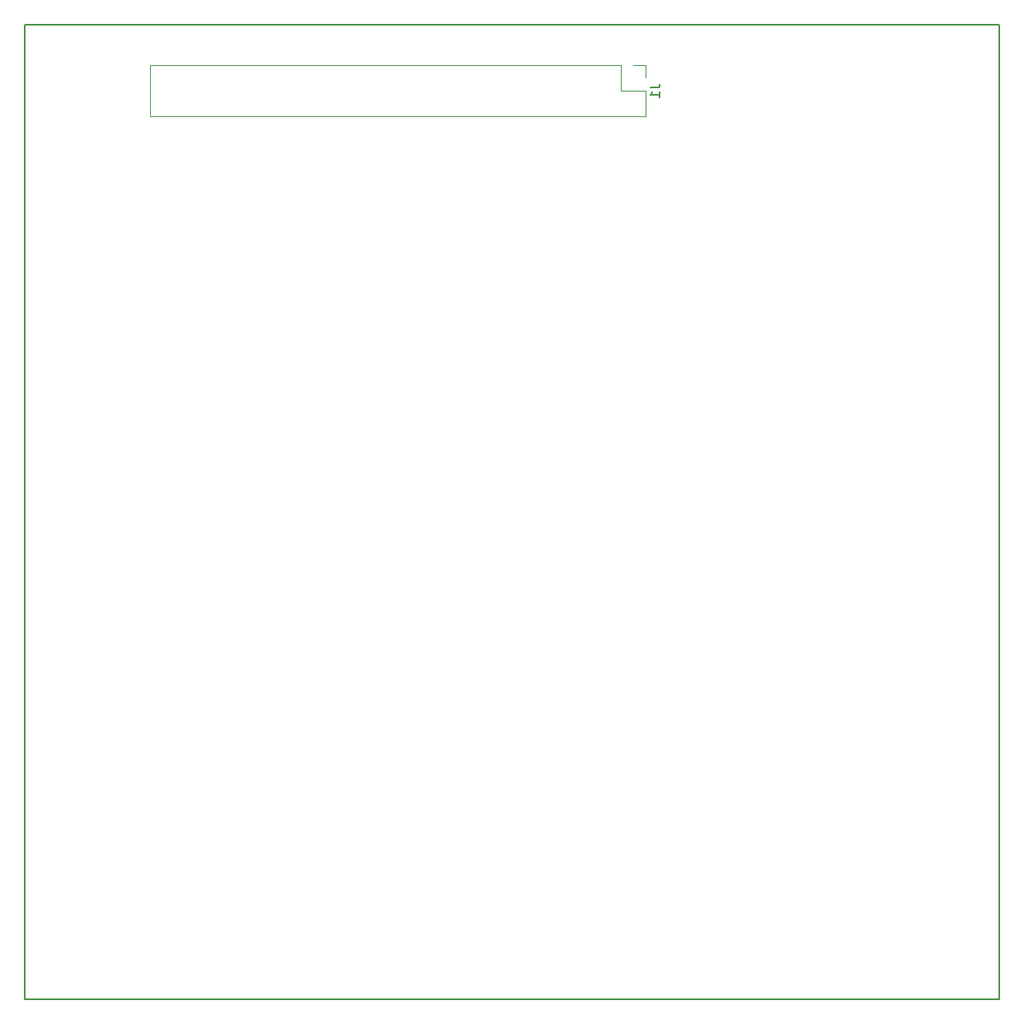
<source format=gbr>
%TF.GenerationSoftware,KiCad,Pcbnew,4.0.7*%
%TF.CreationDate,2018-06-26T23:45:36-04:00*%
%TF.ProjectId,column_driver,636F6C756D6E5F6472697665722E6B69,rev?*%
%TF.FileFunction,Legend,Bot*%
%FSLAX46Y46*%
G04 Gerber Fmt 4.6, Leading zero omitted, Abs format (unit mm)*
G04 Created by KiCad (PCBNEW 4.0.7) date Tuesday, June 26, 2018 'PMt' 11:45:36 PM*
%MOMM*%
%LPD*%
G01*
G04 APERTURE LIST*
%ADD10C,0.100000*%
%ADD11C,0.150000*%
%ADD12C,0.120000*%
G04 APERTURE END LIST*
D10*
D11*
X25000000Y-25000000D02*
X25000000Y-125000000D01*
X25000000Y-125000000D02*
X125000000Y-125000000D01*
X125000000Y-25000000D02*
X125000000Y-125000000D01*
X25000000Y-25000000D02*
X125000000Y-25000000D01*
D12*
X86134000Y-29150000D02*
X37814000Y-29150000D01*
X37814000Y-29150000D02*
X37814000Y-34350000D01*
X37814000Y-34350000D02*
X88734000Y-34350000D01*
X88734000Y-34350000D02*
X88734000Y-31750000D01*
X88734000Y-31750000D02*
X86134000Y-31750000D01*
X86134000Y-31750000D02*
X86134000Y-29150000D01*
X87404000Y-29150000D02*
X88734000Y-29150000D01*
X88734000Y-29150000D02*
X88734000Y-30420000D01*
D11*
X89186381Y-31416667D02*
X89900667Y-31416667D01*
X90043524Y-31369047D01*
X90138762Y-31273809D01*
X90186381Y-31130952D01*
X90186381Y-31035714D01*
X90186381Y-32416667D02*
X90186381Y-31845238D01*
X90186381Y-32130952D02*
X89186381Y-32130952D01*
X89329238Y-32035714D01*
X89424476Y-31940476D01*
X89472095Y-31845238D01*
M02*

</source>
